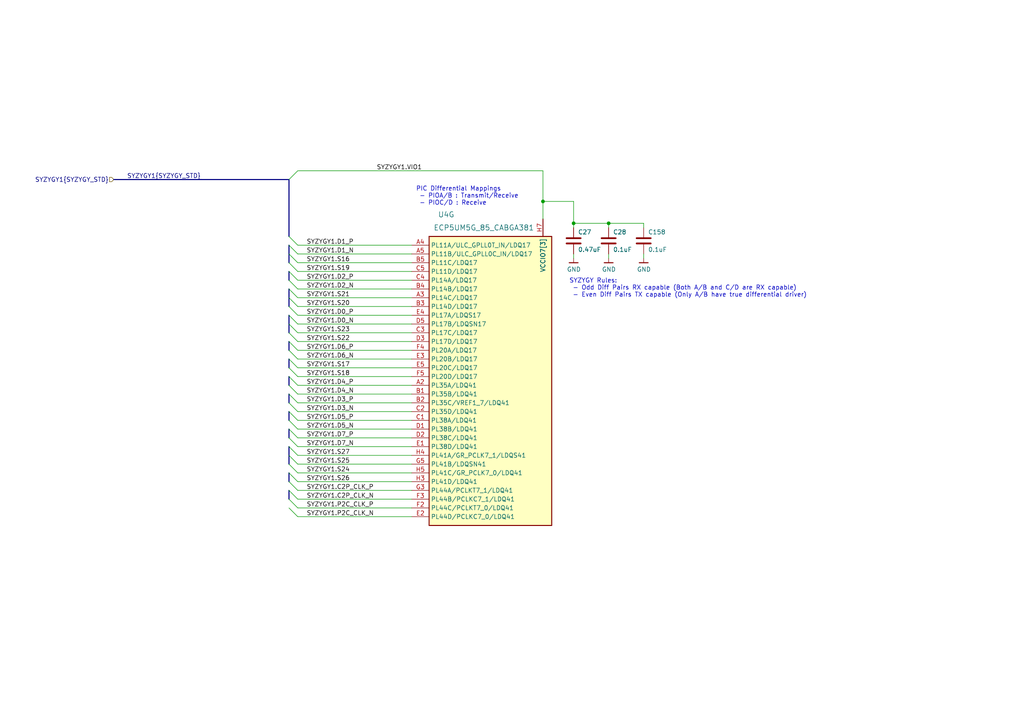
<source format=kicad_sch>
(kicad_sch (version 20200618) (host eeschema "5.99.0-unknown-73168a9~101~ubuntu18.04.1")
  (page 1 18)
  (paper "A4")
  (title_block (title "ButterStick") (date "2020-07-17") (rev "r1.0") (company "GsD") (comment 1 "Functional prototyping board for the Lattice ECP5."))
  (lib_symbols
    (symbol "Device:C" (pin_numbers hide) (pin_names (offset 0.254))
      (property "Reference" "C" (at 0.635 2.54 0))
      (property "Value" "C" (at 0.635 -2.54 0))
      (symbol "C_0_1"
        (polyline (pts (xy -2.032 -0.762) (xy 2.032 -0.762)) (stroke (width 0.508)))
        (polyline (pts (xy -2.032 0.762) (xy 2.032 0.762)) (stroke (width 0.508)))
      )
      (symbol "C_1_1"
        (pin passive line (at 0 3.81 270) (length 2.794) (name "~") (number "1"))
        (pin passive line (at 0 -3.81 90) (length 2.794) (name "~") (number "2"))
      )
    )
    (symbol "gkl_lattice:ECP5UM5G_85_CABGA381"
      (property "Reference" "U" (at 3.81 6.35 0))
      (property "Value" "ECP5UM5G_85_CABGA381" (at 3.81 3.81 0))
      (symbol "ECP5UM5G_85_CABGA381_1_1"
        (rectangle (start 5.08 16.51) (end 43.18 -11.43) (stroke (width 0.3048)) (fill (type background)))
        (pin power_in line (at 40.64 -16.51 90) (length 5.08) (name "GND[85]") (number "B14"))
        (pin power_in line (at 40.64 -16.51 90) (length 5.08) (name "GND[85]") (number "B7"))
        (pin power_in line (at 40.64 -16.51 90) (length 5.08) (name "GND[85]") (number "C19"))
        (pin power_in line (at 40.64 -16.51 90) (length 5.08) (name "GND[85]") (number "D4"))
        (pin power_in line (at 40.64 -16.51 90) (length 5.08) (name "GND[85]") (number "F13"))
        (pin power_in line (at 40.64 -16.51 90) (length 5.08) (name "GND[85]") (number "F14"))
        (pin power_in line (at 17.78 21.59 270) (length 5.08) (name "VCCAUX[4]") (number "F15"))
        (pin power_in line (at 17.78 21.59 270) (length 5.08) (name "VCCAUX[4]") (number "F6"))
        (pin power_in line (at 40.64 -16.51 90) (length 5.08) (name "GND[85]") (number "F7"))
        (pin power_in line (at 40.64 -16.51 90) (length 5.08) (name "GND[85]") (number "F8"))
        (pin power_in line (at 40.64 -16.51 90) (length 5.08) (name "GND[85]") (number "G10"))
        (pin power_in line (at 40.64 -16.51 90) (length 5.08) (name "GND[85]") (number "G11"))
        (pin power_in line (at 40.64 -16.51 90) (length 5.08) (name "GND[85]") (number "G12"))
        (pin power_in line (at 40.64 -16.51 90) (length 5.08) (name "GND[85]") (number "G13"))
        (pin power_in line (at 40.64 -16.51 90) (length 5.08) (name "GND[85]") (number "G14"))
        (pin power_in line (at 40.64 -16.51 90) (length 5.08) (name "GND[85]") (number "G15"))
        (pin power_in line (at 40.64 -16.51 90) (length 5.08) (name "GND[85]") (number "G17"))
        (pin power_in line (at 40.64 -16.51 90) (length 5.08) (name "GND[85]") (number "G4"))
        (pin power_in line (at 40.64 -16.51 90) (length 5.08) (name "GND[85]") (number "G6"))
        (pin power_in line (at 40.64 -16.51 90) (length 5.08) (name "GND[85]") (number "G7"))
        (pin power_in line (at 40.64 -16.51 90) (length 5.08) (name "GND[85]") (number "G8"))
        (pin power_in line (at 40.64 -16.51 90) (length 5.08) (name "GND[85]") (number "G9"))
        (pin power_in line (at 40.64 21.59 270) (length 5.08) (name "VCC[20]") (number "H10"))
        (pin power_in line (at 40.64 21.59 270) (length 5.08) (name "VCC[20]") (number "H11"))
        (pin power_in line (at 40.64 21.59 270) (length 5.08) (name "VCC[20]") (number "H12"))
        (pin power_in line (at 40.64 21.59 270) (length 5.08) (name "VCC[20]") (number "H13"))
        (pin power_in line (at 40.64 -16.51 90) (length 5.08) (name "GND[85]") (number "H19"))
        (pin power_in line (at 40.64 21.59 270) (length 5.08) (name "VCC[20]") (number "H8"))
        (pin power_in line (at 40.64 21.59 270) (length 5.08) (name "VCC[20]") (number "H9"))
        (pin power_in line (at 40.64 -16.51 90) (length 5.08) (name "GND[85]") (number "J10"))
        (pin power_in line (at 40.64 -16.51 90) (length 5.08) (name "GND[85]") (number "J11"))
        (pin power_in line (at 40.64 -16.51 90) (length 5.08) (name "GND[85]") (number "J12"))
        (pin power_in line (at 40.64 21.59 270) (length 5.08) (name "VCC[20]") (number "J13"))
        (pin power_in line (at 40.64 -16.51 90) (length 5.08) (name "GND[85]") (number "J14"))
        (pin power_in line (at 40.64 -16.51 90) (length 5.08) (name "GND[85]") (number "J2"))
        (pin power_in line (at 40.64 -16.51 90) (length 5.08) (name "GND[85]") (number "J7"))
        (pin power_in line (at 40.64 21.59 270) (length 5.08) (name "VCC[20]") (number "J8"))
        (pin power_in line (at 40.64 -16.51 90) (length 5.08) (name "GND[85]") (number "J9"))
        (pin power_in line (at 40.64 -16.51 90) (length 5.08) (name "GND[85]") (number "K10"))
        (pin power_in line (at 40.64 -16.51 90) (length 5.08) (name "GND[85]") (number "K11"))
        (pin power_in line (at 40.64 -16.51 90) (length 5.08) (name "GND[85]") (number "K12"))
        (pin power_in line (at 40.64 21.59 270) (length 5.08) (name "VCC[20]") (number "K13"))
        (pin power_in line (at 40.64 -16.51 90) (length 5.08) (name "GND[85]") (number "K14"))
        (pin power_in line (at 40.64 -16.51 90) (length 5.08) (name "GND[85]") (number "K15"))
        (pin power_in line (at 40.64 -16.51 90) (length 5.08) (name "GND[85]") (number "K6"))
        (pin power_in line (at 40.64 -16.51 90) (length 5.08) (name "GND[85]") (number "K7"))
        (pin power_in line (at 40.64 21.59 270) (length 5.08) (name "VCC[20]") (number "K8"))
        (pin power_in line (at 40.64 -16.51 90) (length 5.08) (name "GND[85]") (number "K9"))
        (pin power_in line (at 40.64 -16.51 90) (length 5.08) (name "GND[85]") (number "L10"))
        (pin power_in line (at 40.64 -16.51 90) (length 5.08) (name "GND[85]") (number "L11"))
        (pin power_in line (at 40.64 -16.51 90) (length 5.08) (name "GND[85]") (number "L12"))
        (pin power_in line (at 40.64 21.59 270) (length 5.08) (name "VCC[20]") (number "L13"))
        (pin power_in line (at 40.64 21.59 270) (length 5.08) (name "VCC[20]") (number "L8"))
        (pin power_in line (at 40.64 -16.51 90) (length 5.08) (name "GND[85]") (number "L9"))
        (pin power_in line (at 40.64 -16.51 90) (length 5.08) (name "GND[85]") (number "M10"))
        (pin power_in line (at 40.64 -16.51 90) (length 5.08) (name "GND[85]") (number "M11"))
        (pin power_in line (at 40.64 -16.51 90) (length 5.08) (name "GND[85]") (number "M12"))
        (pin power_in line (at 40.64 21.59 270) (length 5.08) (name "VCC[20]") (number "M13"))
        (pin power_in line (at 40.64 -16.51 90) (length 5.08) (name "GND[85]") (number "M14"))
        (pin power_in line (at 40.64 -16.51 90) (length 5.08) (name "GND[85]") (number "M16"))
        (pin power_in line (at 40.64 -16.51 90) (length 5.08) (name "GND[85]") (number "M2"))
        (pin power_in line (at 40.64 -16.51 90) (length 5.08) (name "GND[85]") (number "M7"))
        (pin power_in line (at 40.64 21.59 270) (length 5.08) (name "VCC[20]") (number "M8"))
        (pin power_in line (at 40.64 -16.51 90) (length 5.08) (name "GND[85]") (number "M9"))
        (pin power_in line (at 40.64 21.59 270) (length 5.08) (name "VCC[20]") (number "N10"))
        (pin power_in line (at 40.64 21.59 270) (length 5.08) (name "VCC[20]") (number "N11"))
        (pin power_in line (at 40.64 21.59 270) (length 5.08) (name "VCC[20]") (number "N12"))
        (pin power_in line (at 40.64 21.59 270) (length 5.08) (name "VCC[20]") (number "N13"))
        (pin power_in line (at 40.64 -16.51 90) (length 5.08) (name "GND[85]") (number "N14"))
        (pin power_in line (at 40.64 -16.51 90) (length 5.08) (name "GND[85]") (number "N15"))
        (pin power_in line (at 40.64 -16.51 90) (length 5.08) (name "GND[85]") (number "N6"))
        (pin power_in line (at 40.64 -16.51 90) (length 5.08) (name "GND[85]") (number "N7"))
        (pin power_in line (at 40.64 21.59 270) (length 5.08) (name "VCC[20]") (number "N8"))
        (pin power_in line (at 40.64 21.59 270) (length 5.08) (name "VCC[20]") (number "N9"))
        (pin power_in line (at 40.64 -16.51 90) (length 5.08) (name "GND[85]") (number "P11"))
        (pin power_in line (at 40.64 -16.51 90) (length 5.08) (name "GND[85]") (number "P12"))
        (pin power_in line (at 40.64 -16.51 90) (length 5.08) (name "GND[85]") (number "P13"))
        (pin power_in line (at 40.64 -16.51 90) (length 5.08) (name "GND[85]") (number "P14"))
        (pin power_in line (at 17.78 21.59 270) (length 5.08) (name "VCCAUX[4]") (number "P15"))
        (pin power_in line (at 17.78 21.59 270) (length 5.08) (name "VCCAUX[4]") (number "P6"))
        (pin power_in line (at 40.64 -16.51 90) (length 5.08) (name "GND[85]") (number "P7"))
        (pin power_in line (at 40.64 -16.51 90) (length 5.08) (name "GND[85]") (number "P8"))
        (pin power_in line (at 40.64 -16.51 90) (length 5.08) (name "GND[85]") (number "R19"))
        (pin power_in line (at 35.56 21.59 270) (length 5.08) (name "VCCHTX1_D0CH1") (number "T10"))
        (pin power_in line (at 33.02 21.59 270) (length 5.08) (name "VCCHTX0_D1CH0") (number "T11"))
        (pin power_in line (at 22.86 21.59 270) (length 5.08) (name "VCCHRX0_D1CH0") (number "T12"))
        (pin power_in line (at 27.94 21.59 270) (length 5.08) (name "VCCHRX1_D1CH1") (number "T13"))
        (pin power_in line (at 38.1 21.59 270) (length 5.08) (name "VCCHTX1_D1CH1") (number "T14"))
        (pin power_in line (at 10.16 21.59 270) (length 5.08) (name "VCCA1[2]") (number "T15"))
        (pin power_in line (at 7.62 21.59 270) (length 5.08) (name "VCCA0[2]") (number "T6"))
        (pin power_in line (at 30.48 21.59 270) (length 5.08) (name "VCCHTX0_D0CH0") (number "T7"))
        (pin power_in line (at 20.32 21.59 270) (length 5.08) (name "VCCHRX0_D0CH0") (number "T8"))
        (pin power_in line (at 25.4 21.59 270) (length 5.08) (name "VCCHRX1_D0CH1") (number "T9"))
        (pin power_in line (at 40.64 -16.51 90) (length 5.08) (name "GND[85]") (number "U10"))
        (pin power_in line (at 40.64 -16.51 90) (length 5.08) (name "GND[85]") (number "U11"))
        (pin power_in line (at 40.64 -16.51 90) (length 5.08) (name "GND[85]") (number "U12"))
        (pin power_in line (at 40.64 -16.51 90) (length 5.08) (name "GND[85]") (number "U13"))
        (pin power_in line (at 40.64 -16.51 90) (length 5.08) (name "GND[85]") (number "U14"))
        (pin power_in line (at 10.16 21.59 270) (length 5.08) (name "VCCA1[2]") (number "U15"))
        (pin power_in line (at 7.62 21.59 270) (length 5.08) (name "VCCA0[2]") (number "U6"))
        (pin power_in line (at 40.64 -16.51 90) (length 5.08) (name "GND[85]") (number "U7"))
        (pin power_in line (at 40.64 -16.51 90) (length 5.08) (name "GND[85]") (number "U8"))
        (pin power_in line (at 40.64 -16.51 90) (length 5.08) (name "GND[85]") (number "U9"))
        (pin power_in line (at 12.7 21.59 270) (length 5.08) (name "VCCAUXA0[2]") (number "V10"))
        (pin power_in line (at 12.7 21.59 270) (length 5.08) (name "VCCAUXA0[2]") (number "V11"))
        (pin power_in line (at 40.64 -16.51 90) (length 5.08) (name "GND[85]") (number "V12"))
        (pin power_in line (at 40.64 -16.51 90) (length 5.08) (name "GND[85]") (number "V13"))
        (pin power_in line (at 40.64 -16.51 90) (length 5.08) (name "GND[85]") (number "V14"))
        (pin power_in line (at 40.64 -16.51 90) (length 5.08) (name "GND[85]") (number "V15"))
        (pin power_in line (at 40.64 -16.51 90) (length 5.08) (name "GND[85]") (number "V16"))
        (pin power_in line (at 15.24 21.59 270) (length 5.08) (name "VCCAUXA1[2]") (number "V17"))
        (pin power_in line (at 15.24 21.59 270) (length 5.08) (name "VCCAUXA1[2]") (number "V18"))
        (pin power_in line (at 40.64 -16.51 90) (length 5.08) (name "GND[85]") (number "V19"))
        (pin power_in line (at 40.64 -16.51 90) (length 5.08) (name "GND[85]") (number "V20"))
        (pin power_in line (at 40.64 -16.51 90) (length 5.08) (name "GND[85]") (number "V5"))
        (pin power_in line (at 40.64 -16.51 90) (length 5.08) (name "GND[85]") (number "V6"))
        (pin power_in line (at 40.64 -16.51 90) (length 5.08) (name "GND[85]") (number "V7"))
        (pin power_in line (at 40.64 -16.51 90) (length 5.08) (name "GND[85]") (number "V8"))
        (pin power_in line (at 40.64 -16.51 90) (length 5.08) (name "GND[85]") (number "V9"))
        (pin bidirectional line (at 0 0 0) (length 5.08) (name "RESERVED") (number "W10"))
        (pin bidirectional line (at 0 -2.54 0) (length 5.08) (name "RESERVED") (number "W11"))
        (pin power_in line (at 40.64 -16.51 90) (length 5.08) (name "GND[85]") (number "W12"))
        (pin power_in line (at 40.64 -16.51 90) (length 5.08) (name "GND[85]") (number "W15"))
        (pin power_in line (at 40.64 -16.51 90) (length 5.08) (name "GND[85]") (number "W16"))
        (pin power_in line (at 40.64 -16.51 90) (length 5.08) (name "GND[85]") (number "W19"))
        (pin power_in line (at 40.64 -16.51 90) (length 5.08) (name "GND[85]") (number "W6"))
        (pin power_in line (at 40.64 -16.51 90) (length 5.08) (name "GND[85]") (number "W7"))
      )
      (symbol "ECP5UM5G_85_CABGA381_2_1"
        (rectangle (start 5.08 2.54) (end 40.64 -68.58) (stroke (width 0.3048)) (fill (type background)))
        (pin bidirectional line (at 0 -58.42 0) (length 5.08) (name "PT63A/PCLKT0_1") (number "A10"))
        (pin bidirectional line (at 0 -60.96 0) (length 5.08) (name "PT63B/PCLKC0_1") (number "A11"))
        (pin bidirectional line (at 0 0 0) (length 5.08) (name "PT4A/ULC_GPLL1T_IN") (number "A6"))
        (pin bidirectional line (at 0 -30.48 0) (length 5.08) (name "PT18A") (number "A7"))
        (pin bidirectional line (at 0 -33.02 0) (length 5.08) (name "PT18B") (number "A8"))
        (pin bidirectional line (at 0 -53.34 0) (length 5.08) (name "PT60A/GR_PCLK0_1") (number "A9"))
        (pin bidirectional line (at 0 -55.88 0) (length 5.08) (name "PT60B/GR_PCLK0_0") (number "B10"))
        (pin bidirectional line (at 0 -63.5 0) (length 5.08) (name "PT65A/PCLKT0_0") (number "B11"))
        (pin bidirectional line (at 0 -2.54 0) (length 5.08) (name "PT4B/ULC_GPLL1C_IN") (number "B6"))
        (pin bidirectional line (at 0 -27.94 0) (length 5.08) (name "PT15B") (number "B8"))
        (pin bidirectional line (at 0 -48.26 0) (length 5.08) (name "PT58A") (number "B9"))
        (pin bidirectional line (at 0 -50.8 0) (length 5.08) (name "PT58B") (number "C10"))
        (pin bidirectional line (at 0 -66.04 0) (length 5.08) (name "PT65B/PCLKC0_0") (number "C11"))
        (pin bidirectional line (at 0 -15.24 0) (length 5.08) (name "PT11A") (number "C6"))
        (pin bidirectional line (at 0 -17.78 0) (length 5.08) (name "PT11B") (number "C7"))
        (pin bidirectional line (at 0 -25.4 0) (length 5.08) (name "PT15A") (number "C8"))
        (pin bidirectional line (at 0 -40.64 0) (length 5.08) (name "PT54A") (number "C9"))
        (pin bidirectional line (at 0 -43.18 0) (length 5.08) (name "PT56A") (number "D10"))
        (pin bidirectional line (at 0 -7.62 0) (length 5.08) (name "PT6B") (number "D6"))
        (pin bidirectional line (at 0 -12.7 0) (length 5.08) (name "PT9B") (number "D7"))
        (pin bidirectional line (at 0 -22.86 0) (length 5.08) (name "PT13B") (number "D8"))
        (pin bidirectional line (at 0 -35.56 0) (length 5.08) (name "PT20A") (number "D9"))
        (pin bidirectional line (at 0 -45.72 0) (length 5.08) (name "PT56B") (number "E10"))
        (pin bidirectional line (at 0 -5.08 0) (length 5.08) (name "PT6A") (number "E6"))
        (pin bidirectional line (at 0 -10.16 0) (length 5.08) (name "PT9A") (number "E7"))
        (pin bidirectional line (at 0 -20.32 0) (length 5.08) (name "PT13A") (number "E8"))
        (pin bidirectional line (at 0 -38.1 0) (length 5.08) (name "PT20B") (number "E9"))
        (pin power_in line (at 38.1 7.62 270) (length 5.08) (name "VCCIO0[2]") (number "F10"))
        (pin power_in line (at 38.1 7.62 270) (length 5.08) (name "VCCIO0[2]") (number "F9"))
      )
      (symbol "ECP5UM5G_85_CABGA381_3_1"
        (rectangle (start 5.08 2.54) (end 40.64 -83.82) (stroke (width 0.3048)) (fill (type background)))
        (pin bidirectional line (at 0 -15.24 0) (length 5.08) (name "PT76A") (number "A12"))
        (pin bidirectional line (at 0 -17.78 0) (length 5.08) (name "PT76B") (number "A13"))
        (pin bidirectional line (at 0 -30.48 0) (length 5.08) (name "PT83A") (number "A14"))
        (pin bidirectional line (at 0 -40.64 0) (length 5.08) (name "PT103A") (number "A15"))
        (pin bidirectional line (at 0 -53.34 0) (length 5.08) (name "PT110A") (number "A16"))
        (pin bidirectional line (at 0 -68.58 0) (length 5.08) (name "PT116A") (number "A17"))
        (pin bidirectional line (at 0 -73.66 0) (length 5.08) (name "PT119A") (number "A18"))
        (pin bidirectional line (at 0 -78.74 0) (length 5.08) (name "PT121A/URC_GPLL1T_IN") (number "A19"))
        (pin bidirectional line (at 0 -5.08 0) (length 5.08) (name "PT71A/PCLKT1_0") (number "B12"))
        (pin bidirectional line (at 0 -20.32 0) (length 5.08) (name "PT78A") (number "B13"))
        (pin bidirectional line (at 0 -43.18 0) (length 5.08) (name "PT105A") (number "B15"))
        (pin bidirectional line (at 0 -55.88 0) (length 5.08) (name "PT110B") (number "B16"))
        (pin bidirectional line (at 0 -63.5 0) (length 5.08) (name "PT114A") (number "B17"))
        (pin bidirectional line (at 0 -71.12 0) (length 5.08) (name "PT116B") (number "B18"))
        (pin bidirectional line (at 0 -76.2 0) (length 5.08) (name "PT119B") (number "B19"))
        (pin bidirectional line (at 0 -81.28 0) (length 5.08) (name "PT121B/URC_GPLL1C_IN") (number "B20"))
        (pin bidirectional line (at 0 -7.62 0) (length 5.08) (name "PT71B/PCLKC1_0") (number "C12"))
        (pin bidirectional line (at 0 -22.86 0) (length 5.08) (name "PT78B") (number "C13"))
        (pin bidirectional line (at 0 -33.02 0) (length 5.08) (name "PT83B") (number "C14"))
        (pin bidirectional line (at 0 -45.72 0) (length 5.08) (name "PT105B") (number "C15"))
        (pin bidirectional line (at 0 -58.42 0) (length 5.08) (name "PT112A") (number "C16"))
        (pin bidirectional line (at 0 -66.04 0) (length 5.08) (name "PT114B") (number "C17"))
        (pin bidirectional line (at 0 0 0) (length 5.08) (name "PT69A/PCLKT1_1") (number "D11"))
        (pin bidirectional line (at 0 -10.16 0) (length 5.08) (name "PT74A/GR_PCLK1_0") (number "D12"))
        (pin bidirectional line (at 0 -25.4 0) (length 5.08) (name "PT80A") (number "D13"))
        (pin bidirectional line (at 0 -35.56 0) (length 5.08) (name "PT85A") (number "D14"))
        (pin bidirectional line (at 0 -48.26 0) (length 5.08) (name "PT107A") (number "D15"))
        (pin bidirectional line (at 0 -60.96 0) (length 5.08) (name "PT112B") (number "D16"))
        (pin bidirectional line (at 0 -2.54 0) (length 5.08) (name "PT69B/PCLKC1_1") (number "E11"))
        (pin bidirectional line (at 0 -12.7 0) (length 5.08) (name "PT74B/GR_PCLK1_1") (number "E12"))
        (pin bidirectional line (at 0 -27.94 0) (length 5.08) (name "PT80B") (number "E13"))
        (pin bidirectional line (at 0 -38.1 0) (length 5.08) (name "PT85B") (number "E14"))
        (pin bidirectional line (at 0 -50.8 0) (length 5.08) (name "PT107B") (number "E15"))
        (pin power_in line (at 38.1 7.62 270) (length 5.08) (name "VCCIO1[2]") (number "F11"))
        (pin power_in line (at 38.1 7.62 270) (length 5.08) (name "VCCIO1[2]") (number "F12"))
      )
      (symbol "ECP5UM5G_85_CABGA381_4_1"
        (rectangle (start 5.08 2.54) (end 40.64 -86.36) (stroke (width 0.3048)) (fill (type background)))
        (pin bidirectional line (at 0 0 0) (length 5.08) (name "PR11A/URC_GPLL0T_IN/RDQ17") (number "C18"))
        (pin bidirectional line (at 0 -45.72 0) (length 5.08) (name "PR35A/RDQ41") (number "C20"))
        (pin bidirectional line (at 0 -2.54 0) (length 5.08) (name "PR11B/URC_GPLL0C_IN/RDQ17") (number "D17"))
        (pin bidirectional line (at 0 -10.16 0) (length 5.08) (name "PR14A/RDQ17") (number "D18"))
        (pin bidirectional line (at 0 -48.26 0) (length 5.08) (name "PR35B/RDQ41") (number "D19"))
        (pin bidirectional line (at 0 -50.8 0) (length 5.08) (name "PR35C/VREF1_2/RDQ41") (number "D20"))
        (pin bidirectional line (at 0 -5.08 0) (length 5.08) (name "PR11C/RDQ17") (number "E16"))
        (pin bidirectional line (at 0 -12.7 0) (length 5.08) (name "PR14B/RDQ17") (number "E17"))
        (pin bidirectional line (at 0 -15.24 0) (length 5.08) (name "PR14C/RDQ17") (number "E18"))
        (pin bidirectional line (at 0 -53.34 0) (length 5.08) (name "PR35D/RDQ41") (number "E19"))
        (pin bidirectional line (at 0 -55.88 0) (length 5.08) (name "PR38A/RDQ41") (number "E20"))
        (pin bidirectional line (at 0 -7.62 0) (length 5.08) (name "PR11D/RDQ17") (number "F16"))
        (pin bidirectional line (at 0 -20.32 0) (length 5.08) (name "PR17A/RDQS17") (number "F17"))
        (pin bidirectional line (at 0 -17.78 0) (length 5.08) (name "PR14D/RDQ17") (number "F18"))
        (pin bidirectional line (at 0 -58.42 0) (length 5.08) (name "PR38B/RDQ41") (number "F19"))
        (pin bidirectional line (at 0 -60.96 0) (length 5.08) (name "PR38C/RDQ41") (number "F20"))
        (pin bidirectional line (at 0 -25.4 0) (length 5.08) (name "PR17C/RDQ17") (number "G16"))
        (pin bidirectional line (at 0 -22.86 0) (length 5.08) (name "PR17B/RDQSN17") (number "G18"))
        (pin bidirectional line (at 0 -66.04 0) (length 5.08) (name "PR41A/GR_PCLK2_1/RDQS41") (number "G19"))
        (pin bidirectional line (at 0 -63.5 0) (length 5.08) (name "PR38D/RDQ41") (number "G20"))
        (pin power_in line (at 38.1 7.62 270) (length 5.08) (name "VCCIO2[3]") (number "H14"))
        (pin power_in line (at 38.1 7.62 270) (length 5.08) (name "VCCIO2[3]") (number "H15"))
        (pin bidirectional line (at 0 -27.94 0) (length 5.08) (name "PR17D/RDQ17") (number "H16"))
        (pin bidirectional line (at 0 -33.02 0) (length 5.08) (name "PR20B/RDQ17") (number "H17"))
        (pin bidirectional line (at 0 -30.48 0) (length 5.08) (name "PR20A/RDQ17") (number "H18"))
        (pin bidirectional line (at 0 -68.58 0) (length 5.08) (name "PR41B/RDQSN41") (number "H20"))
        (pin power_in line (at 38.1 7.62 270) (length 5.08) (name "VCCIO2[3]") (number "J15"))
        (pin bidirectional line (at 0 -38.1 0) (length 5.08) (name "PR20D/RDQ17") (number "J16"))
        (pin bidirectional line (at 0 -35.56 0) (length 5.08) (name "PR20C/RDQ17") (number "J17"))
        (pin bidirectional line (at 0 -71.12 0) (length 5.08) (name "PR41C/GR_PCLK2_0/RDQ41") (number "J18"))
        (pin bidirectional line (at 0 -76.2 0) (length 5.08) (name "PR44A/PCLKT2_1/RDQ41") (number "J19"))
        (pin bidirectional line (at 0 -81.28 0) (length 5.08) (name "PR44C/PCLKT2_0/RDQ41") (number "J20"))
        (pin bidirectional line (at 0 -40.64 0) (length 5.08) (name "PR29A/RDQS29") (number "K16"))
        (pin bidirectional line (at 0 -43.18 0) (length 5.08) (name "PR29B/RDQSN29") (number "K17"))
        (pin bidirectional line (at 0 -73.66 0) (length 5.08) (name "PR41D/RDQ41") (number "K18"))
        (pin bidirectional line (at 0 -78.74 0) (length 5.08) (name "PR44B/PCLKC2_1/RDQ41") (number "K19"))
        (pin bidirectional line (at 0 -83.82 0) (length 5.08) (name "PR44D/PCLKC2_0/RDQ41") (number "K20"))
      )
      (symbol "ECP5UM5G_85_CABGA381_5_1"
        (rectangle (start 5.08 2.54) (end 40.64 -83.82) (stroke (width 0.3048)) (fill (type background)))
        (pin power_in line (at 38.1 7.62 270) (length 5.08) (name "VCCIO3[3]") (number "L14"))
        (pin power_in line (at 38.1 7.62 270) (length 5.08) (name "VCCIO3[3]") (number "L15"))
        (pin bidirectional line (at 0 -10.16 0) (length 5.08) (name "PR50A/GR_PCLK3_0/RDQ53") (number "L16"))
        (pin bidirectional line (at 0 -12.7 0) (length 5.08) (name "PR50B/RDQ53") (number "L17"))
        (pin bidirectional line (at 0 -15.24 0) (length 5.08) (name "PR50C/GR_PCLK3_1/RDQ53") (number "L18"))
        (pin bidirectional line (at 0 -5.08 0) (length 5.08) (name "PR47C/PCLKT3_0/RDQ53") (number "L19"))
        (pin bidirectional line (at 0 0 0) (length 5.08) (name "PR47A/PCLKT3_1/RDQ53") (number "L20"))
        (pin power_in line (at 38.1 7.62 270) (length 5.08) (name "VCCIO3[3]") (number "M15"))
        (pin bidirectional line (at 0 -22.86 0) (length 5.08) (name "PR53B/RDQSN53") (number "M17"))
        (pin bidirectional line (at 0 -17.78 0) (length 5.08) (name "PR50D/RDQ53") (number "M18"))
        (pin bidirectional line (at 0 -7.62 0) (length 5.08) (name "PR47D/PCLKC3_0/RDQ53") (number "M19"))
        (pin bidirectional line (at 0 -2.54 0) (length 5.08) (name "PR47B/PCLKC3_1/RDQ53") (number "M20"))
        (pin bidirectional line (at 0 -20.32 0) (length 5.08) (name "PR53A/RDQS53") (number "N16"))
        (pin bidirectional line (at 0 -30.48 0) (length 5.08) (name "PR56A/RDQ53") (number "N17"))
        (pin bidirectional line (at 0 -25.4 0) (length 5.08) (name "PR53C/RDQ53") (number "N18"))
        (pin bidirectional line (at 0 -43.18 0) (length 5.08) (name "PR83A/RDQ89") (number "N19"))
        (pin bidirectional line (at 0 -45.72 0) (length 5.08) (name "PR83B/RDQ89") (number "N20"))
        (pin bidirectional line (at 0 -33.02 0) (length 5.08) (name "PR56B/VREF1_3/RDQ53") (number "P16"))
        (pin bidirectional line (at 0 -27.94 0) (length 5.08) (name "PR53D/RDQ53") (number "P17"))
        (pin bidirectional line (at 0 -50.8 0) (length 5.08) (name "PR83D/RDQ89") (number "P18"))
        (pin bidirectional line (at 0 -48.26 0) (length 5.08) (name "PR83C/RDQ89") (number "P19"))
        (pin bidirectional line (at 0 -53.34 0) (length 5.08) (name "PR86A/RDQ89") (number "P20"))
        (pin bidirectional line (at 0 -35.56 0) (length 5.08) (name "PR56C/RDQ53") (number "R16"))
        (pin bidirectional line (at 0 -38.1 0) (length 5.08) (name "PR56D/RDQ53") (number "R17"))
        (pin bidirectional line (at 0 -66.04 0) (length 5.08) (name "PR89B/RDQSN89") (number "R18"))
        (pin bidirectional line (at 0 -55.88 0) (length 5.08) (name "PR86B/RDQ89") (number "R20"))
        (pin bidirectional line (at 0 -40.64 0) (length 5.08) (name "PR77A/RDQS77") (number "T16"))
        (pin bidirectional line (at 0 -81.28 0) (length 5.08) (name "PR92D/LRC_GPLL0C_IN/RDQ89") (number "T17"))
        (pin bidirectional line (at 0 -71.12 0) (length 5.08) (name "PR89D/RDQ89") (number "T18"))
        (pin bidirectional line (at 0 -63.5 0) (length 5.08) (name "PR89A/RDQS89") (number "T19"))
        (pin bidirectional line (at 0 -58.42 0) (length 5.08) (name "PR86C/RDQ89") (number "T20"))
        (pin bidirectional line (at 0 -78.74 0) (length 5.08) (name "PR92C/LRC_GPLL0T_IN/RDQ89") (number "U16"))
        (pin bidirectional line (at 0 -76.2 0) (length 5.08) (name "PR92B/RDQ89") (number "U17"))
        (pin bidirectional line (at 0 -73.66 0) (length 5.08) (name "PR92A/RDQ89") (number "U18"))
        (pin bidirectional line (at 0 -68.58 0) (length 5.08) (name "PR89C/RDQ89") (number "U19"))
        (pin bidirectional line (at 0 -60.96 0) (length 5.08) (name "PR86D/RDQ89") (number "U20"))
      )
      (symbol "ECP5UM5G_85_CABGA381_6_1"
        (rectangle (start 5.08 2.54) (end 40.64 -83.82) (stroke (width 0.3048)) (fill (type background)))
        (pin bidirectional line (at 0 -2.54 0) (length 5.08) (name "PL47B/PCLKC6_1/LDQ53") (number "F1"))
        (pin bidirectional line (at 0 -7.62 0) (length 5.08) (name "PL47D/PCLKC6_0/LDQ53") (number "G1"))
        (pin bidirectional line (at 0 0 0) (length 5.08) (name "PL47A/PCLKT6_1/LDQ53") (number "G2"))
        (pin bidirectional line (at 0 -25.4 0) (length 5.08) (name "PL53C/LDQ53") (number "H1"))
        (pin bidirectional line (at 0 -5.08 0) (length 5.08) (name "PL47C/PCLKT6_0/LDQ53") (number "H2"))
        (pin bidirectional line (at 0 -22.86 0) (length 5.08) (name "PL53B/LDQSN53") (number "J1"))
        (pin bidirectional line (at 0 -15.24 0) (length 5.08) (name "PL50C/GR_PCLK6_1/LDQ53") (number "J3"))
        (pin bidirectional line (at 0 -10.16 0) (length 5.08) (name "PL50A/GR_PCLK6_0/LDQ53") (number "J4"))
        (pin bidirectional line (at 0 -12.7 0) (length 5.08) (name "PL50B/LDQ53") (number "J5"))
        (pin bidirectional line (at 0 -27.94 0) (length 5.08) (name "PL53D/LDQ53") (number "K1"))
        (pin bidirectional line (at 0 -20.32 0) (length 5.08) (name "PL53A/LDQS53") (number "K2"))
        (pin bidirectional line (at 0 -17.78 0) (length 5.08) (name "PL50D/LDQ53") (number "K3"))
        (pin bidirectional line (at 0 -30.48 0) (length 5.08) (name "PL56A/LDQ53") (number "K4"))
        (pin bidirectional line (at 0 -33.02 0) (length 5.08) (name "PL56B/VREF1_6/LDQ53") (number "K5"))
        (pin bidirectional line (at 0 -68.58 0) (length 5.08) (name "PL89C/LDQ89") (number "L1"))
        (pin bidirectional line (at 0 -60.96 0) (length 5.08) (name "PL86D/LDQ89") (number "L2"))
        (pin bidirectional line (at 0 -58.42 0) (length 5.08) (name "PL86C/LDQ89") (number "L3"))
        (pin bidirectional line (at 0 -35.56 0) (length 5.08) (name "PL56C/LDQ53") (number "L4"))
        (pin bidirectional line (at 0 -38.1 0) (length 5.08) (name "PL56D/LDQ53") (number "L5"))
        (pin power_in line (at 38.1 7.62 270) (length 5.08) (name "VCCIO6[3]") (number "L6"))
        (pin power_in line (at 38.1 7.62 270) (length 5.08) (name "VCCIO6[3]") (number "L7"))
        (pin bidirectional line (at 0 -66.04 0) (length 5.08) (name "PL89B/LDQSN89") (number "M1"))
        (pin bidirectional line (at 0 -55.88 0) (length 5.08) (name "PL86B/LDQ89") (number "M3"))
        (pin bidirectional line (at 0 -43.18 0) (length 5.08) (name "PL83A/LDQ89") (number "M4"))
        (pin bidirectional line (at 0 -40.64 0) (length 5.08) (name "PL77A/LDQS77") (number "M5"))
        (pin power_in line (at 38.1 7.62 270) (length 5.08) (name "VCCIO6[3]") (number "M6"))
        (pin bidirectional line (at 0 -71.12 0) (length 5.08) (name "PL89D/LDQ89") (number "N1"))
        (pin bidirectional line (at 0 -63.5 0) (length 5.08) (name "PL89A/LDQS89") (number "N2"))
        (pin bidirectional line (at 0 -53.34 0) (length 5.08) (name "PL86A/LDQ89") (number "N3"))
        (pin bidirectional line (at 0 -48.26 0) (length 5.08) (name "PL83C/LDQ89") (number "N4"))
        (pin bidirectional line (at 0 -45.72 0) (length 5.08) (name "PL83B/LDQ89") (number "N5"))
        (pin bidirectional line (at 0 -73.66 0) (length 5.08) (name "PL92A/LDQ89") (number "P1"))
        (pin bidirectional line (at 0 -76.2 0) (length 5.08) (name "PL92B/LDQ89") (number "P2"))
        (pin bidirectional line (at 0 -78.74 0) (length 5.08) (name "PL92C/LLC_GPLL0T_IN/LDQ89") (number "P3"))
        (pin bidirectional line (at 0 -81.28 0) (length 5.08) (name "PL92D/LLC_GPLL0C_IN/LDQ89") (number "P4"))
        (pin bidirectional line (at 0 -50.8 0) (length 5.08) (name "PL83D/LDQ89") (number "P5"))
      )
      (symbol "ECP5UM5G_85_CABGA381_7_1"
        (rectangle (start 5.08 2.54) (end 40.64 -81.28) (stroke (width 0.3048)) (fill (type background)))
        (pin bidirectional line (at 0 -40.64 0) (length 5.08) (name "PL35A/LDQ41") (number "A2"))
        (pin bidirectional line (at 0 -15.24 0) (length 5.08) (name "PL14C/LDQ17") (number "A3"))
        (pin bidirectional line (at 0 0 0) (length 5.08) (name "PL11A/ULC_GPLL0T_IN/LDQ17") (number "A4"))
        (pin bidirectional line (at 0 -2.54 0) (length 5.08) (name "PL11B/ULC_GPLL0C_IN/LDQ17") (number "A5"))
        (pin bidirectional line (at 0 -43.18 0) (length 5.08) (name "PL35B/LDQ41") (number "B1"))
        (pin bidirectional line (at 0 -45.72 0) (length 5.08) (name "PL35C/VREF1_7/LDQ41") (number "B2"))
        (pin bidirectional line (at 0 -17.78 0) (length 5.08) (name "PL14D/LDQ17") (number "B3"))
        (pin bidirectional line (at 0 -12.7 0) (length 5.08) (name "PL14B/LDQ17") (number "B4"))
        (pin bidirectional line (at 0 -5.08 0) (length 5.08) (name "PL11C/LDQ17") (number "B5"))
        (pin bidirectional line (at 0 -50.8 0) (length 5.08) (name "PL38A/LDQ41") (number "C1"))
        (pin bidirectional line (at 0 -48.26 0) (length 5.08) (name "PL35D/LDQ41") (number "C2"))
        (pin bidirectional line (at 0 -25.4 0) (length 5.08) (name "PL17C/LDQ17") (number "C3"))
        (pin bidirectional line (at 0 -10.16 0) (length 5.08) (name "PL14A/LDQ17") (number "C4"))
        (pin bidirectional line (at 0 -7.62 0) (length 5.08) (name "PL11D/LDQ17") (number "C5"))
        (pin bidirectional line (at 0 -53.34 0) (length 5.08) (name "PL38B/LDQ41") (number "D1"))
        (pin bidirectional line (at 0 -55.88 0) (length 5.08) (name "PL38C/LDQ41") (number "D2"))
        (pin bidirectional line (at 0 -27.94 0) (length 5.08) (name "PL17D/LDQ17") (number "D3"))
        (pin bidirectional line (at 0 -22.86 0) (length 5.08) (name "PL17B/LDQSN17") (number "D5"))
        (pin bidirectional line (at 0 -58.42 0) (length 5.08) (name "PL38D/LDQ41") (number "E1"))
        (pin bidirectional line (at 0 -78.74 0) (length 5.08) (name "PL44D/PCLKC7_0/LDQ41") (number "E2"))
        (pin bidirectional line (at 0 -33.02 0) (length 5.08) (name "PL20B/LDQ17") (number "E3"))
        (pin bidirectional line (at 0 -20.32 0) (length 5.08) (name "PL17A/LDQS17") (number "E4"))
        (pin bidirectional line (at 0 -35.56 0) (length 5.08) (name "PL20C/LDQ17") (number "E5"))
        (pin bidirectional line (at 0 -76.2 0) (length 5.08) (name "PL44C/PCLKT7_0/LDQ41") (number "F2"))
        (pin bidirectional line (at 0 -73.66 0) (length 5.08) (name "PL44B/PCLKC7_1/LDQ41") (number "F3"))
        (pin bidirectional line (at 0 -30.48 0) (length 5.08) (name "PL20A/LDQ17") (number "F4"))
        (pin bidirectional line (at 0 -38.1 0) (length 5.08) (name "PL20D/LDQ17") (number "F5"))
        (pin bidirectional line (at 0 -71.12 0) (length 5.08) (name "PL44A/PCLKT7_1/LDQ41") (number "G3"))
        (pin bidirectional line (at 0 -63.5 0) (length 5.08) (name "PL41B/LDQSN41") (number "G5"))
        (pin bidirectional line (at 0 -68.58 0) (length 5.08) (name "PL41D/LDQ41") (number "H3"))
        (pin bidirectional line (at 0 -60.96 0) (length 5.08) (name "PL41A/GR_PCLK7_1/LDQS41") (number "H4"))
        (pin bidirectional line (at 0 -66.04 0) (length 5.08) (name "PL41C/GR_PCLK7_0/LDQ41") (number "H5"))
        (pin power_in line (at 38.1 7.62 270) (length 5.08) (name "VCCIO7[3]") (number "H6"))
        (pin power_in line (at 38.1 7.62 270) (length 5.08) (name "VCCIO7[3]") (number "H7"))
        (pin power_in line (at 38.1 7.62 270) (length 5.08) (name "VCCIO7[3]") (number "J6"))
      )
      (symbol "ECP5UM5G_85_CABGA381_8_1"
        (rectangle (start 5.08 2.54) (end 45.72 -50.8) (stroke (width 0.3048)) (fill (type background)))
        (pin power_in line (at 43.18 7.62 270) (length 5.08) (name "VCCIO8[2]") (number "P10"))
        (pin power_in line (at 43.18 7.62 270) (length 5.08) (name "VCCIO8[2]") (number "P9"))
        (pin bidirectional line (at 0 -15.24 0) (length 5.08) (name "PB4A/D7/IO7") (number "R1"))
        (pin bidirectional line (at 0 -40.64 0) (length 5.08) (name "PB15A/HOLDN/DI/BUSY/CSSPIN/CEN") (number "R2"))
        (pin bidirectional line (at 0 -43.18 0) (length 5.08) (name "PB15B/DOUT/CSON") (number "R3"))
        (pin bidirectional line (at 0 -7.62 0) (length 5.08) (name "CFG_2") (number "R4"))
        (pin bidirectional line (at 0 -17.78 0) (length 5.08) (name "PB4B/D6/IO6") (number "T1"))
        (pin bidirectional line (at 0 -35.56 0) (length 5.08) (name "PB13A/SN/CSN") (number "T2"))
        (pin bidirectional line (at 0 -45.72 0) (length 5.08) (name "PB18A/WRITEN") (number "T3"))
        (pin bidirectional line (at 0 -5.08 0) (length 5.08) (name "CFG_1") (number "T4"))
        (pin bidirectional line (at 0 -20.32 0) (length 5.08) (name "PB6A/D5/MISO2/IO5") (number "U1"))
        (pin bidirectional line (at 0 -38.1 0) (length 5.08) (name "PB13B/CS1N") (number "U2"))
        (pin bidirectional line (at 0 0 0) (length 5.08) (name "CCLK/MCLK/SCK") (number "U3"))
        (pin bidirectional line (at 0 -2.54 0) (length 5.08) (name "CFG_0") (number "U4"))
        (pin bidirectional line (at 0 -22.86 0) (length 5.08) (name "PB6B/D4/MOSI2/IO4") (number "V1"))
        (pin bidirectional line (at 0 -30.48 0) (length 5.08) (name "PB11A/D1/MISO/IO1") (number "V2"))
        (pin bidirectional line (at 0 -12.7 0) (length 5.08) (name "INITN") (number "V3"))
        (pin bidirectional line (at 0 -25.4 0) (length 5.08) (name "PB9A/D3/IO3") (number "W1"))
        (pin bidirectional line (at 0 -33.02 0) (length 5.08) (name "PB11B/D0/MOSI/IO0") (number "W2"))
        (pin bidirectional line (at 0 -48.26 0) (length 5.08) (name "PROGRAMN") (number "W3"))
        (pin bidirectional line (at 0 -27.94 0) (length 5.08) (name "PB9B/D2/IO2") (number "Y2"))
        (pin bidirectional line (at 0 -10.16 0) (length 5.08) (name "DONE") (number "Y3"))
      )
      (symbol "ECP5UM5G_85_CABGA381_9_1"
        (rectangle (start 5.08 2.54) (end 12.7 -10.16) (stroke (width 0.3048)) (fill (type background)))
        (pin bidirectional line (at 0 -2.54 0) (length 5.08) (name "TDI") (number "R5"))
        (pin bidirectional line (at 0 0 0) (length 5.08) (name "TCK") (number "T5"))
        (pin bidirectional line (at 0 -7.62 0) (length 5.08) (name "TMS") (number "U5"))
        (pin bidirectional line (at 0 -5.08 0) (length 5.08) (name "TDO") (number "V4"))
      )
      (symbol "ECP5UM5G_85_CABGA381_10_1"
        (rectangle (start 5.08 5.08) (end 27.94 -27.94) (stroke (width 0.3048)) (fill (type background)))
        (pin bidirectional line (at 0 -10.16 0) (length 5.08) (name "HDTXP0_D0CH0") (number "W4"))
        (pin bidirectional line (at 0 -12.7 0) (length 5.08) (name "HDTXN0_D0CH0") (number "W5"))
        (pin bidirectional line (at 0 -15.24 0) (length 5.08) (name "HDTXP0_D0CH1") (number "W8"))
        (pin bidirectional line (at 0 -17.78 0) (length 5.08) (name "HDTXN0_D0CH1") (number "W9"))
        (pin bidirectional line (at 0 -22.86 0) (length 5.08) (name "REFCLKP_D0") (number "Y11"))
        (pin bidirectional line (at 0 -25.4 0) (length 5.08) (name "REFCLKN_D0") (number "Y12"))
        (pin bidirectional line (at 0 2.54 0) (length 5.08) (name "HDRXP0_D0CH0") (number "Y5"))
        (pin bidirectional line (at 0 0 0) (length 5.08) (name "HDRXN0_D0CH0") (number "Y6"))
        (pin bidirectional line (at 0 -2.54 0) (length 5.08) (name "HDRXP0_D0CH1") (number "Y7"))
        (pin bidirectional line (at 0 -5.08 0) (length 5.08) (name "HDRXN0_D0CH1") (number "Y8"))
      )
      (symbol "ECP5UM5G_85_CABGA381_11_1"
        (rectangle (start 5.08 5.08) (end 27.94 -27.94) (stroke (width 0.3048)) (fill (type background)))
        (pin bidirectional line (at 0 -10.16 0) (length 5.08) (name "HDTXP0_D1CH0") (number "W13"))
        (pin bidirectional line (at 0 -12.7 0) (length 5.08) (name "HDTXN0_D1CH0") (number "W14"))
        (pin bidirectional line (at 0 -15.24 0) (length 5.08) (name "HDTXP0_D1CH1") (number "W17"))
        (pin bidirectional line (at 0 -17.78 0) (length 5.08) (name "HDTXN0_D1CH1") (number "W18"))
        (pin bidirectional line (at 0 -25.4 0) (length 5.08) (name "REFCLKN_D1") (number "W20"))
        (pin bidirectional line (at 0 2.54 0) (length 5.08) (name "HDRXP0_D1CH0") (number "Y14"))
        (pin bidirectional line (at 0 0 0) (length 5.08) (name "HDRXN0_D1CH0") (number "Y15"))
        (pin bidirectional line (at 0 -2.54 0) (length 5.08) (name "HDRXP0_D1CH1") (number "Y16"))
        (pin bidirectional line (at 0 -5.08 0) (length 5.08) (name "HDRXN0_D1CH1") (number "Y17"))
        (pin bidirectional line (at 0 -22.86 0) (length 5.08) (name "REFCLKP_D1") (number "Y19"))
      )
    )
    (symbol "gkl_power:GND" (power) (pin_names (offset 0))
      (property "Value" "GND" (at 0 -2.54 0))
      (symbol "GND_0_1"
        (polyline (pts (xy 0 -1.27) (xy 0 0)))
        (polyline (pts (xy 1.27 -1.27) (xy -1.27 -1.27)) (stroke (width 0.3048)))
      )
      (symbol "GND_1_1"
        (pin power_in line (at 0 0 270) (length 0) hide (name "GND") (number "1"))
      )
    )
  )
  (junction (at 157.48 58.42))
  (junction (at 166.37 64.77))
  (junction (at 176.53 64.77))
  (bus_entry (at 83.82 52.07) (size 2.54 -2.54) (stroke (width 0.1524)))
  (bus_entry (at 83.82 68.58) (size 2.54 2.54) (stroke (width 0.1524)))
  (bus_entry (at 83.82 71.12) (size 2.54 2.54) (stroke (width 0.1524)))
  (bus_entry (at 83.82 73.66) (size 2.54 2.54) (stroke (width 0.1524)))
  (bus_entry (at 83.82 76.2) (size 2.54 2.54) (stroke (width 0.1524)))
  (bus_entry (at 83.82 78.74) (size 2.54 2.54) (stroke (width 0.1524)))
  (bus_entry (at 83.82 81.28) (size 2.54 2.54) (stroke (width 0.1524)))
  (bus_entry (at 83.82 83.82) (size 2.54 2.54) (stroke (width 0.1524)))
  (bus_entry (at 83.82 86.36) (size 2.54 2.54) (stroke (width 0.1524)))
  (bus_entry (at 83.82 88.9) (size 2.54 2.54) (stroke (width 0.1524)))
  (bus_entry (at 83.82 91.44) (size 2.54 2.54) (stroke (width 0.1524)))
  (bus_entry (at 83.82 93.98) (size 2.54 2.54) (stroke (width 0.1524)))
  (bus_entry (at 83.82 96.52) (size 2.54 2.54) (stroke (width 0.1524)))
  (bus_entry (at 83.82 99.06) (size 2.54 2.54) (stroke (width 0.1524)))
  (bus_entry (at 83.82 101.6) (size 2.54 2.54) (stroke (width 0.1524)))
  (bus_entry (at 83.82 104.14) (size 2.54 2.54) (stroke (width 0.1524)))
  (bus_entry (at 83.82 106.68) (size 2.54 2.54) (stroke (width 0.1524)))
  (bus_entry (at 83.82 109.22) (size 2.54 2.54) (stroke (width 0.1524)))
  (bus_entry (at 83.82 111.76) (size 2.54 2.54) (stroke (width 0.1524)))
  (bus_entry (at 83.82 114.3) (size 2.54 2.54) (stroke (width 0.1524)))
  (bus_entry (at 83.82 116.84) (size 2.54 2.54) (stroke (width 0.1524)))
  (bus_entry (at 83.82 119.38) (size 2.54 2.54) (stroke (width 0.1524)))
  (bus_entry (at 83.82 121.92) (size 2.54 2.54) (stroke (width 0.1524)))
  (bus_entry (at 83.82 124.46) (size 2.54 2.54) (stroke (width 0.1524)))
  (bus_entry (at 83.82 127) (size 2.54 2.54) (stroke (width 0.1524)))
  (bus_entry (at 83.82 129.54) (size 2.54 2.54) (stroke (width 0.1524)))
  (bus_entry (at 83.82 132.08) (size 2.54 2.54) (stroke (width 0.1524)))
  (bus_entry (at 83.82 134.62) (size 2.54 2.54) (stroke (width 0.1524)))
  (bus_entry (at 83.82 137.16) (size 2.54 2.54) (stroke (width 0.1524)))
  (bus_entry (at 83.82 139.7) (size 2.54 2.54) (stroke (width 0.1524)))
  (bus_entry (at 83.82 142.24) (size 2.54 2.54) (stroke (width 0.1524)))
  (bus_entry (at 83.82 144.78) (size 2.54 2.54) (stroke (width 0.1524)))
  (bus_entry (at 83.82 147.32) (size 2.54 2.54) (stroke (width 0.1524)))
  (wire (pts (xy 86.36 49.53) (xy 157.48 49.53)))
  (wire (pts (xy 86.36 71.12) (xy 119.38 71.12)))
  (wire (pts (xy 86.36 73.66) (xy 119.38 73.66)))
  (wire (pts (xy 86.36 76.2) (xy 119.38 76.2)))
  (wire (pts (xy 86.36 78.74) (xy 119.38 78.74)))
  (wire (pts (xy 86.36 81.28) (xy 119.38 81.28)))
  (wire (pts (xy 86.36 83.82) (xy 119.38 83.82)))
  (wire (pts (xy 86.36 86.36) (xy 119.38 86.36)))
  (wire (pts (xy 86.36 88.9) (xy 119.38 88.9)))
  (wire (pts (xy 86.36 91.44) (xy 119.38 91.44)))
  (wire (pts (xy 86.36 93.98) (xy 119.38 93.98)))
  (wire (pts (xy 86.36 96.52) (xy 119.38 96.52)))
  (wire (pts (xy 86.36 99.06) (xy 119.38 99.06)))
  (wire (pts (xy 86.36 101.6) (xy 119.38 101.6)))
  (wire (pts (xy 86.36 104.14) (xy 119.38 104.14)))
  (wire (pts (xy 86.36 106.68) (xy 119.38 106.68)))
  (wire (pts (xy 86.36 109.22) (xy 119.38 109.22)))
  (wire (pts (xy 86.36 111.76) (xy 119.38 111.76)))
  (wire (pts (xy 86.36 114.3) (xy 119.38 114.3)))
  (wire (pts (xy 86.36 116.84) (xy 119.38 116.84)))
  (wire (pts (xy 86.36 119.38) (xy 119.38 119.38)))
  (wire (pts (xy 86.36 121.92) (xy 119.38 121.92)))
  (wire (pts (xy 86.36 124.46) (xy 119.38 124.46)))
  (wire (pts (xy 86.36 127) (xy 119.38 127)))
  (wire (pts (xy 86.36 129.54) (xy 119.38 129.54)))
  (wire (pts (xy 86.36 132.08) (xy 119.38 132.08)))
  (wire (pts (xy 86.36 134.62) (xy 119.38 134.62)))
  (wire (pts (xy 86.36 137.16) (xy 119.38 137.16)))
  (wire (pts (xy 86.36 139.7) (xy 119.38 139.7)))
  (wire (pts (xy 86.36 142.24) (xy 119.38 142.24)))
  (wire (pts (xy 86.36 144.78) (xy 119.38 144.78)))
  (wire (pts (xy 86.36 147.32) (xy 119.38 147.32)))
  (wire (pts (xy 86.36 149.86) (xy 119.38 149.86)))
  (wire (pts (xy 157.48 49.53) (xy 157.48 58.42)))
  (wire (pts (xy 157.48 58.42) (xy 157.48 63.5)))
  (wire (pts (xy 157.48 58.42) (xy 166.37 58.42)))
  (wire (pts (xy 166.37 58.42) (xy 166.37 64.77)))
  (wire (pts (xy 166.37 64.77) (xy 166.37 66.04)))
  (wire (pts (xy 166.37 64.77) (xy 176.53 64.77)))
  (wire (pts (xy 166.37 73.66) (xy 166.37 74.93)))
  (wire (pts (xy 176.53 64.77) (xy 186.69 64.77)))
  (wire (pts (xy 176.53 66.04) (xy 176.53 64.77)))
  (wire (pts (xy 176.53 74.93) (xy 176.53 73.66)))
  (wire (pts (xy 186.69 66.04) (xy 186.69 64.77)))
  (wire (pts (xy 186.69 74.93) (xy 186.69 73.66)))
  (bus (pts (xy 33.02 52.07) (xy 83.82 52.07)))
  (bus (pts (xy 83.82 52.07) (xy 83.82 71.12)))
  (bus (pts (xy 83.82 71.12) (xy 83.82 73.66)))
  (bus (pts (xy 83.82 73.66) (xy 83.82 78.74)))
  (bus (pts (xy 83.82 78.74) (xy 83.82 83.82)))
  (bus (pts (xy 83.82 83.82) (xy 83.82 86.36)))
  (bus (pts (xy 83.82 86.36) (xy 83.82 91.44)))
  (bus (pts (xy 83.82 91.44) (xy 83.82 93.98)))
  (bus (pts (xy 83.82 93.98) (xy 83.82 99.06)))
  (bus (pts (xy 83.82 99.06) (xy 83.82 104.14)))
  (bus (pts (xy 83.82 104.14) (xy 83.82 109.22)))
  (bus (pts (xy 83.82 109.22) (xy 83.82 114.3)))
  (bus (pts (xy 83.82 114.3) (xy 83.82 119.38)))
  (bus (pts (xy 83.82 119.38) (xy 83.82 124.46)))
  (bus (pts (xy 83.82 124.46) (xy 83.82 129.54)))
  (bus (pts (xy 83.82 129.54) (xy 83.82 132.08)))
  (bus (pts (xy 83.82 132.08) (xy 83.82 137.16)))
  (bus (pts (xy 83.82 137.16) (xy 83.82 142.24)))
  (bus (pts (xy 83.82 142.24) (xy 83.82 147.32)))
  (text "PIC Differential Mappings\n - PIOA/B : Transmit/Receive\n - PIOC/D : Receive" (at 120.65 59.69 0) (effects (font (size 1.27 1.27)) (justify left bottom)))
  (text "SYZYGY Rules:\n - Odd Diff Pairs RX capable (Both A/B and C/D are RX capable)\n - Even Diff Pairs TX capable (Only A/B have true differential driver)" (at 165.1 86.36 0) (effects (font (size 1.27 1.27)) (justify left bottom)))
  (label "SYZYGY1{SYZYGY_STD}" (at 36.83 52.07 0))
  (label "SYZYGY1.D1_P" (at 88.9 71.12 0))
  (label "SYZYGY1.D1_N" (at 88.9 73.66 0))
  (label "SYZYGY1.S16" (at 88.9 76.2 0))
  (label "SYZYGY1.S19" (at 88.9 78.74 0))
  (label "SYZYGY1.D2_P" (at 88.9 81.28 0))
  (label "SYZYGY1.D2_N" (at 88.9 83.82 0))
  (label "SYZYGY1.S21" (at 88.9 86.36 0))
  (label "SYZYGY1.S20" (at 88.9 88.9 0))
  (label "SYZYGY1.D0_P" (at 88.9 91.44 0))
  (label "SYZYGY1.D0_N" (at 88.9 93.98 0))
  (label "SYZYGY1.S23" (at 88.9 96.52 0))
  (label "SYZYGY1.S22" (at 88.9 99.06 0))
  (label "SYZYGY1.D6_P" (at 88.9 101.6 0))
  (label "SYZYGY1.D6_N" (at 88.9 104.14 0))
  (label "SYZYGY1.S17" (at 88.9 106.68 0))
  (label "SYZYGY1.S18" (at 88.9 109.22 0))
  (label "SYZYGY1.D4_P" (at 88.9 111.76 0))
  (label "SYZYGY1.D4_N" (at 88.9 114.3 0))
  (label "SYZYGY1.D3_P" (at 88.9 116.84 0))
  (label "SYZYGY1.D3_N" (at 88.9 119.38 0))
  (label "SYZYGY1.D5_P" (at 88.9 121.92 0))
  (label "SYZYGY1.D5_N" (at 88.9 124.46 0))
  (label "SYZYGY1.D7_P" (at 88.9 127 0))
  (label "SYZYGY1.D7_N" (at 88.9 129.54 0))
  (label "SYZYGY1.S27" (at 88.9 132.08 0))
  (label "SYZYGY1.S25" (at 88.9 134.62 0))
  (label "SYZYGY1.S24" (at 88.9 137.16 0))
  (label "SYZYGY1.S26" (at 88.9 139.7 0))
  (label "SYZYGY1.C2P_CLK_P" (at 88.9 142.24 0))
  (label "SYZYGY1.C2P_CLK_N" (at 88.9 144.78 0))
  (label "SYZYGY1.P2C_CLK_P" (at 88.9 147.32 0))
  (label "SYZYGY1.P2C_CLK_N" (at 88.9 149.86 0))
  (label "SYZYGY1.VIO1" (at 109.22 49.53 0))
  (hierarchical_label "SYZYGY1{SYZYGY_STD}" (shape input) (at 33.02 52.07 180))
  (symbol (lib_id "gkl_power:GND") (at 166.37 74.93 0) (unit 1)
    (property "Reference" "#PWR0213" (effects hide))
    (property "Value" "GND" (at 166.4462 78.1304 0))
  )
  (symbol (lib_id "gkl_power:GND") (at 176.53 74.93 0) (unit 1)
    (property "Reference" "#PWR0212" (effects hide))
    (property "Value" "GND" (at 176.6062 78.1304 0))
  )
  (symbol (lib_id "gkl_power:GND") (at 186.69 74.93 0) (unit 1)
    (property "Reference" "#PWR0250" (effects hide))
    (property "Value" "GND" (at 186.7662 78.1304 0))
  )
  (symbol (lib_id "Device:C") (at 166.37 69.85 0) (unit 1)
    (property "Reference" "C27" (at 167.64 67.31 0) (effects (justify left)))
    (property "Value" "0.47uF" (at 167.64 72.39 0) (effects (justify left)))
    (property "Footprint" "Capacitor_SMD:C_0402_1005Metric" (effects hide))
    (property "PN" "CC0402KRX5R5BB474" (effects hide))
    (property "Mfg" "Yageo" (effects hide))
  )
  (symbol (lib_id "Device:C") (at 176.53 69.85 0) (unit 1)
    (property "Reference" "C28" (at 177.8 67.31 0) (effects (justify left)))
    (property "Value" "0.1uF" (at 177.8 72.39 0) (effects (justify left)))
    (property "Footprint" "Capacitor_SMD:C_0402_1005Metric" (effects hide))
    (property "PN" "CC0402KRX5R6BB104" (effects hide))
    (property "Mfg" "Yageo" (effects hide))
    (property "Tol" "10V / X5R" (effects hide))
  )
  (symbol (lib_id "Device:C") (at 186.69 69.85 0) (unit 1)
    (property "Reference" "C158" (at 187.96 67.31 0) (effects (justify left)))
    (property "Value" "0.1uF" (at 187.96 72.39 0) (effects (justify left)))
    (property "Footprint" "Capacitor_SMD:C_0402_1005Metric" (effects hide))
    (property "PN" "CC0402KRX5R6BB104" (effects hide))
    (property "Mfg" "Yageo" (effects hide))
    (property "Tol" "10V / X5R" (effects hide))
  )
  (symbol (lib_id "gkl_lattice:ECP5UM5G_85_CABGA381") (at 119.38 71.12 0) (unit 7)
    (property "Reference" "U4" (at 127 62.23 0) (effects (font (size 1.524 1.524)) (justify left)))
    (property "Value" "ECP5UM5G_85_CABGA381" (at 125.73 66.04 0) (effects (font (size 1.524 1.524)) (justify left)))
    (property "Footprint" "gkl_housings_bga:caBGA_381_17x17" (effects hide))
    (property "Mfg" "Lattice Semiconductor Corporation" (effects hide))
    (property "PN" "LFE5UM5G-85F-8BG381C" (effects hide))
  )
)
</source>
